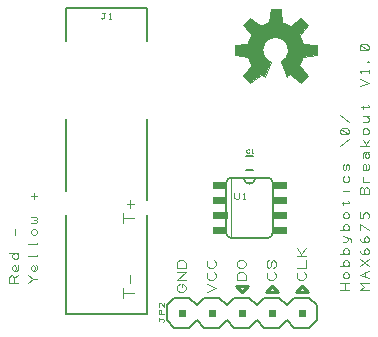
<source format=gto>
%FSLAX23Y23*%
%MOIN*%
G04 EasyPC Gerber Version 15.0.4 Build 3016 *
%ADD22C,0.00100*%
%ADD26C,0.00128*%
%ADD25C,0.00200*%
%ADD20C,0.00320*%
%ADD21C,0.00400*%
%ADD70C,0.00500*%
%ADD24C,0.00600*%
%ADD23C,0.00800*%
%ADD71C,0.01000*%
X0Y0D02*
D02*
D70*
X255Y736D02*
Y496D01*
X525Y416D02*
Y86D01*
X255*
Y416*
X525Y736D02*
Y466D01*
Y996D02*
Y1106D01*
X255*
Y996*
D02*
D71*
X862Y181D02*
X822D01*
X842Y161*
X862Y181*
X962Y161D02*
X942Y181D01*
X922Y161*
X962*
X1042Y181D02*
X1022Y161D01*
X1062*
X1042Y181*
D02*
D20*
X97Y191D02*
X67D01*
Y208*
X70Y213*
X75Y216*
X80Y213*
X82Y208*
Y191*
Y208D02*
X97Y216D01*
X95Y251D02*
X97Y248D01*
Y243*
Y238*
X95Y233*
X90Y231*
X82*
X80Y233*
X77Y238*
Y243*
X80Y248*
X82Y251*
X85*
X87Y248*
X90Y243*
Y238*
X87Y233*
X85Y231*
Y291D02*
X80Y288D01*
X77Y283*
Y278*
X80Y273*
X85Y271*
X90*
X95Y273*
X97Y278*
Y283*
X95Y288*
X90Y291*
X97D02*
X67D01*
X87Y351D02*
Y371D01*
X160Y203D02*
X145D01*
X130Y191*
X145Y203D02*
X130Y216D01*
X157Y251D02*
X160Y248D01*
Y243*
Y238*
X157Y233*
X152Y231*
X145*
X142Y233*
X140Y238*
Y243*
X142Y248*
X145Y251*
X147*
X150Y248*
X152Y243*
Y238*
X150Y233*
X147Y231*
X160Y283D02*
Y281D01*
X130*
X160Y323D02*
Y321D01*
X130*
X152Y351D02*
X157Y353D01*
X160Y358*
Y363*
X157Y368*
X152Y371*
X147*
X142Y368*
X140Y363*
Y358*
X142Y353*
X147Y351*
X152*
X140Y391D02*
X157D01*
X160Y393*
Y398*
X157Y401*
X150*
X157D02*
X160Y403D01*
Y408*
X157Y411*
X140*
X150Y471D02*
Y491D01*
X160Y481D02*
X140D01*
X642Y178D02*
Y186D01*
X644*
X649Y183*
X652Y181*
X655Y176*
Y171*
X652Y166*
X649Y163*
X644Y161*
X635*
X630Y163*
X627Y166*
X625Y171*
Y176*
X627Y181*
X630Y183*
X635Y186*
X655Y201D02*
X625D01*
X655Y226*
X625*
X655Y241D02*
X625D01*
Y256*
X627Y261*
X630Y263*
X635Y266*
X644*
X649Y263*
X652Y261*
X655Y256*
Y241*
X725Y161D02*
X755Y173D01*
X725Y186*
X750Y226D02*
X752Y223D01*
X755Y218*
Y211*
X752Y206*
X750Y203*
X745Y201*
X735*
X730Y203*
X727Y206*
X725Y211*
Y218*
X727Y223*
X730Y226*
X750Y266D02*
X752Y263D01*
X755Y258*
Y251*
X752Y246*
X750Y243*
X745Y241*
X735*
X730Y243*
X727Y246*
X725Y251*
Y258*
X727Y263*
X730Y266*
X855Y201D02*
X825D01*
Y216*
X827Y221*
X830Y223*
X835Y226*
X845*
X850Y223*
X852Y221*
X855Y216*
Y201*
X845Y241D02*
X835D01*
X830Y243*
X827Y246*
X825Y251*
Y256*
X827Y261*
X830Y263*
X835Y266*
X845*
X850Y263*
X852Y261*
X855Y256*
Y251*
X852Y246*
X850Y243*
X845Y241*
X950Y226D02*
X952Y223D01*
X955Y218*
Y211*
X952Y206*
X950Y203*
X945Y201*
X935*
X930Y203*
X927Y206*
X924Y211*
Y218*
X927Y223*
X930Y226*
X947Y241D02*
X952Y243D01*
X955Y248*
Y258*
X952Y263*
X947Y266*
X942Y263*
X939Y258*
Y248*
X937Y243*
X932Y241*
X927Y243*
X924Y248*
Y258*
X927Y263*
X932Y266*
X1050Y226D02*
X1052Y223D01*
X1055Y218*
Y211*
X1052Y206*
X1050Y203*
X1045Y201*
X1035*
X1030Y203*
X1027Y206*
X1025Y211*
Y218*
X1027Y223*
X1030Y226*
X1025Y241D02*
X1055D01*
Y266*
Y281D02*
X1025D01*
X1040D02*
Y288D01*
X1025Y306*
X1040Y288D02*
X1055Y306D01*
X1200Y166D02*
X1170D01*
X1185D02*
Y191D01*
X1200D02*
X1170D01*
X1192Y206D02*
X1197Y208D01*
X1200Y213*
Y218*
X1197Y223*
X1192Y226*
X1187*
X1182Y223*
X1180Y218*
Y213*
X1182Y208*
X1187Y206*
X1192*
Y246D02*
X1197Y248D01*
X1200Y253*
Y258*
X1197Y263*
X1192Y266*
X1187*
X1182Y263*
X1180Y258*
Y253*
X1182Y248*
X1187Y246*
X1200D02*
X1170D01*
X1192Y286D02*
X1197Y288D01*
X1200Y293*
Y298*
X1197Y303*
X1192Y306*
X1187*
X1182Y303*
X1180Y298*
Y293*
X1182Y288*
X1187Y286*
X1200D02*
X1170D01*
X1180Y326D02*
X1190Y328D01*
X1195Y333*
Y338*
X1190Y343*
X1180Y346*
X1190Y343D02*
X1200Y341D01*
X1205Y338*
X1207Y333*
X1205Y328*
X1192Y366D02*
X1197Y368D01*
X1200Y373*
Y378*
X1197Y383*
X1192Y386*
X1187*
X1182Y383*
X1180Y378*
Y373*
X1182Y368*
X1187Y366*
X1200D02*
X1170D01*
X1192Y406D02*
X1197Y408D01*
X1200Y413*
Y418*
X1197Y423*
X1192Y426*
X1187*
X1182Y423*
X1180Y418*
Y413*
X1182Y408*
X1187Y406*
X1192*
X1180Y451D02*
Y461D01*
X1175Y456D02*
X1197D01*
X1200Y458*
Y461*
X1197Y463*
X1200Y496D02*
X1180D01*
X1172D02*
X1182Y546*
X1180Y541D01*
Y533*
X1182Y528*
X1187Y526*
X1192*
X1197Y528*
X1200Y533*
Y541*
X1197Y546*
Y566D02*
X1200Y571D01*
Y581*
X1197Y586*
X1192*
X1190Y581*
Y571*
X1187Y566*
X1182*
X1180Y571*
Y581*
X1182Y586*
X1170Y646D02*
X1200Y671D01*
X1197Y688D02*
X1200Y693D01*
Y698*
X1197Y703*
X1192Y706*
X1177*
X1172Y703*
X1170Y698*
Y693*
X1172Y688*
X1177Y686*
X1192*
X1197Y688*
X1172Y703*
X1200Y726D02*
X1170Y751D01*
X1265Y166D02*
X1235D01*
X1250Y178*
X1235Y191*
X1265*
Y206D02*
X1235Y218D01*
X1265Y231*
X1252Y211D02*
Y226D01*
X1265Y246D02*
X1235Y271D01*
Y246D02*
X1265Y271D01*
X1257Y286D02*
X1252Y288D01*
X1250Y293*
Y298*
X1252Y303*
X1257Y306*
X1262Y303*
X1265Y298*
Y293*
X1262Y288*
X1257Y286*
X1250*
X1242Y288*
X1237Y293*
X1235Y298*
X1257Y326D02*
X1252Y328D01*
X1250Y333*
Y338*
X1252Y343*
X1257Y346*
X1262Y343*
X1265Y338*
Y333*
X1262Y328*
X1257Y326*
X1250*
X1242Y328*
X1237Y333*
X1235Y338*
X1265Y366D02*
X1235Y386D01*
Y366*
X1262Y406D02*
X1265Y411D01*
Y418*
X1262Y423*
X1257Y426*
X1255*
X1250Y423*
X1247Y418*
Y406*
X1235*
Y426*
X1250Y503D02*
X1252Y508D01*
X1257Y511*
X1262Y508*
X1265Y503*
Y486*
X1235*
Y503*
X1237Y508*
X1242Y511*
X1247Y508*
X1250Y503*
Y486*
X1265Y526D02*
X1245D01*
X1252D02*
X1247Y528D01*
X1245Y533*
Y538*
X1247Y543*
X1262Y586D02*
X1265Y583D01*
Y578*
Y573*
X1262Y568*
X1257Y566*
X1250*
X1247Y568*
X1245Y573*
Y578*
X1247Y583*
X1250Y586*
X1252*
X1255Y583*
X1257Y578*
Y573*
X1255Y568*
X1252Y566*
X1247Y606D02*
X1245Y611D01*
Y618*
X1247Y623*
X1252Y626*
X1260*
X1262Y623*
X1265Y618*
Y613*
X1262Y608*
X1260Y606*
X1257*
X1255Y608*
X1252Y613*
Y618*
X1255Y623*
X1257Y626*
X1260D02*
X1265D01*
Y646D02*
X1235D01*
X1255D02*
Y653D01*
X1245Y666*
X1255Y653D02*
X1265Y666D01*
X1257Y686D02*
X1262Y688D01*
X1265Y693*
Y698*
X1262Y703*
X1257Y706*
X1252*
X1247Y703*
X1245Y698*
Y693*
X1247Y688*
X1252Y686*
X1257*
X1245Y726D02*
X1257D01*
X1262Y728*
X1265Y733*
Y738*
X1262Y743*
X1257Y746*
X1245D02*
X1265D01*
X1245Y771D02*
Y781D01*
X1240Y776D02*
X1262D01*
X1265Y778*
Y781*
X1262Y783*
X1235Y846D02*
X1265Y858D01*
X1235Y871*
X1265Y891D02*
Y901D01*
Y896D02*
X1235D01*
X1240Y891*
X1265Y928D02*
X1262Y931D01*
X1260Y928*
X1262Y926*
X1265Y928*
X1262Y968D02*
X1265Y973D01*
Y978*
X1262Y983*
X1257Y986*
X1242*
X1237Y983*
X1235Y978*
Y973*
X1237Y968*
X1242Y966*
X1257*
X1262Y968*
X1237Y983*
D02*
D21*
X483Y156D02*
X445D01*
Y141D02*
Y172D01*
X470Y191D02*
Y216D01*
X483Y406D02*
X445D01*
Y391D02*
Y422D01*
X470Y441D02*
Y466D01*
X483Y453D02*
X458D01*
D02*
D22*
X372Y1073D02*
X374Y1072D01*
X377Y1070*
X380Y1072*
X381Y1073*
Y1089*
X385*
X381D02*
X375D01*
X400Y1070D02*
X406D01*
X403D02*
Y1089D01*
X400Y1086*
X579Y61D02*
X581Y62D01*
X582Y65*
X581Y68*
X579Y70*
X564*
Y73*
Y70D02*
Y64D01*
X582Y86D02*
X564D01*
Y97*
X565Y100*
X568Y101*
X571Y100*
X573Y97*
Y86*
X582Y123D02*
Y111D01*
X571Y122*
X568Y123*
X565Y122*
X564Y118*
Y114*
X565Y111*
X632Y81D02*
X652D01*
Y101*
X632*
Y81*
G36*
X652*
Y101*
X632*
Y81*
G37*
X732D02*
X752D01*
Y101*
X732*
Y81*
G36*
X752*
Y101*
X732*
Y81*
G37*
X745Y376D02*
Y356D01*
X790*
Y376*
X745*
G36*
Y356*
X790*
Y376*
X745*
G37*
Y476D02*
Y456D01*
X790*
Y476*
X745*
G36*
Y456*
X790*
Y476*
X745*
G37*
Y526D02*
Y506D01*
X790*
Y526*
X745*
G36*
Y506*
X790*
Y526*
X745*
G37*
X746Y426D02*
Y406D01*
X791*
Y426*
X746*
G36*
Y406*
X791*
Y426*
X746*
G37*
X817Y489D02*
Y475D01*
X819Y472*
X822Y470*
X828*
X831Y472*
X833Y475*
Y489*
X845Y470D02*
X851D01*
X848D02*
Y489D01*
X845Y486*
X832Y81D02*
X852D01*
Y101*
X832*
Y81*
G36*
X852*
Y101*
X832*
Y81*
G37*
X932D02*
X952D01*
Y101*
X932*
Y81*
G36*
X952*
Y101*
X932*
Y81*
G37*
X944Y376D02*
Y356D01*
X989*
Y376*
X944*
G36*
Y356*
X989*
Y376*
X944*
G37*
Y426D02*
Y406D01*
X989*
Y426*
X944*
G36*
Y406*
X989*
Y426*
X944*
G37*
Y476D02*
Y456D01*
X989*
Y476*
X944*
G36*
Y456*
X989*
Y476*
X944*
G37*
Y526D02*
Y506D01*
X989*
Y526*
X944*
G36*
Y506*
X989*
Y526*
X944*
G37*
X991Y878D02*
G75*
G03X1005Y885I-36J88D01*
G01*
X1039Y857*
X1063Y881*
X1035Y915*
G75*
G03X1047Y944I-80J50*
G01*
X1091Y949*
Y982*
X1047Y987*
G75*
G03X1035Y1016I-92J-21*
G01*
X1063Y1050*
X1039Y1074*
X1005Y1046*
G75*
G03X976Y1058I-50J-80*
G01*
X971Y1102*
X938*
X933Y1058*
G75*
G03X904Y1046I21J-92*
G01*
X870Y1074*
X846Y1050*
X874Y1016*
G75*
G03X862Y987I80J-50*
G01*
X818Y982*
Y949*
X862Y944*
G75*
G03X874Y915I92J21*
G01*
X846Y881*
X870Y857*
X904Y885*
G75*
G03X918Y878I50J80*
G01*
X938Y926*
G75*
G02X911Y966I16J40*
G01*
G75*
G02X971Y926I43*
G01*
X991Y878*
G36*
G75*
G03X1005Y885I-36J88*
G01*
X1039Y857*
X1063Y881*
X1035Y915*
G75*
G03X1047Y944I-80J50*
G01*
X1091Y949*
Y982*
X1047Y987*
G75*
G03X1035Y1016I-92J-21*
G01*
X1063Y1050*
X1039Y1074*
X1005Y1046*
G75*
G03X976Y1058I-50J-80*
G01*
X971Y1102*
X938*
X933Y1058*
G75*
G03X904Y1046I21J-92*
G01*
X870Y1074*
X846Y1050*
X874Y1016*
G75*
G03X862Y987I80J-50*
G01*
X818Y982*
Y949*
X862Y944*
G75*
G03X874Y915I92J21*
G01*
X846Y881*
X870Y857*
X904Y885*
G75*
G03X918Y878I50J80*
G01*
X938Y926*
G75*
G02X911Y966I16J40*
G01*
G75*
G02X971Y926I43*
G01*
X991Y878*
G37*
X1032Y81D02*
X1052D01*
Y101*
X1032*
Y81*
G36*
X1052*
Y101*
X1032*
Y81*
G37*
D02*
D23*
X667Y41D02*
X617D01*
X592Y66*
Y116*
X617Y141*
X667*
X692Y116*
X717Y141*
X767*
X792Y116*
X817Y141*
X867*
X892Y116*
X917Y141*
X967*
X992Y116*
X1017Y141*
X1067*
X1092Y116*
Y66*
X1067Y41*
X1017*
X992Y66*
X967Y41*
X917*
X892Y66*
X867Y41*
X817*
X792Y66*
X767Y41*
X717*
X692Y66*
X667Y41*
D02*
D24*
X805Y541D02*
X929D01*
G75*
G02X944Y526J-15*
G01*
Y356*
G75*
G02X929Y341I-15*
G01*
X805*
G75*
G02X790Y356J15*
G01*
Y526*
G75*
G02X805Y541I15*
G01*
X847D02*
G75*
G03X887I20D01*
G01*
X879Y567D02*
X855D01*
X879Y614D02*
X855D01*
D02*
D25*
X804Y541D02*
Y341D01*
D02*
D26*
X867Y626D02*
X866Y625D01*
X864Y624*
X861*
X859Y625*
X858Y626*
X857Y628*
Y632*
X858Y634*
X859Y635*
X861Y636*
X864*
X866Y635*
X867Y634*
X875Y624D02*
X879D01*
X877D02*
Y636D01*
X875Y634*
X0Y0D02*
M02*

</source>
